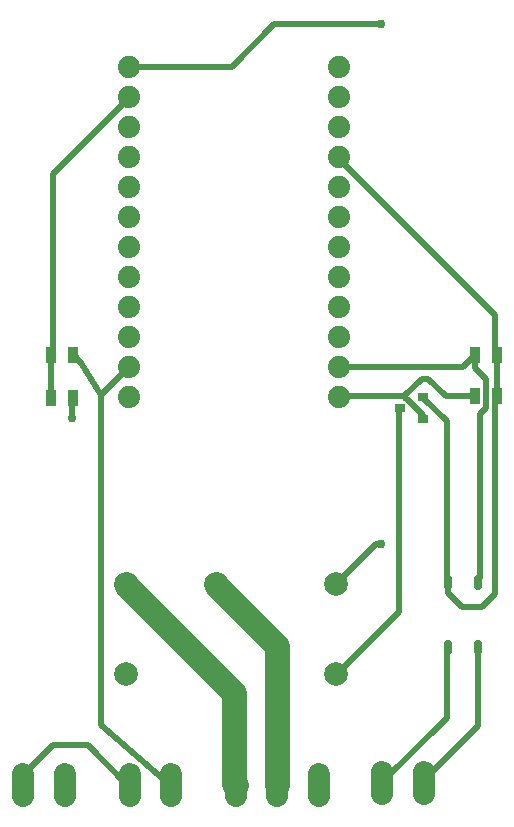
<source format=gbr>
G04 EAGLE Gerber X2 export*
%TF.Part,Single*%
%TF.FileFunction,Copper,L1,Top,Mixed*%
%TF.FilePolarity,Positive*%
%TF.GenerationSoftware,Autodesk,EAGLE,9.1.3*%
%TF.CreationDate,2018-10-07T17:36:22Z*%
G75*
%MOMM*%
%FSLAX34Y34*%
%LPD*%
%AMOC8*
5,1,8,0,0,1.08239X$1,22.5*%
G01*
%ADD10C,1.879600*%
%ADD11R,0.900000X0.800000*%
%ADD12C,1.875000*%
%ADD13C,0.635000*%
%ADD14R,0.965200X1.447800*%
%ADD15C,2.006600*%
%ADD16C,0.508000*%
%ADD17C,0.756400*%
%ADD18C,2.082800*%


D10*
X156989Y634121D03*
X156989Y608721D03*
X156989Y583321D03*
X156989Y557921D03*
X156989Y532521D03*
X156989Y507121D03*
X156989Y481721D03*
X156989Y456321D03*
X156989Y430921D03*
X156989Y405521D03*
X156989Y380121D03*
X156989Y354721D03*
X334789Y354721D03*
X334789Y380121D03*
X334789Y405521D03*
X334789Y430921D03*
X334789Y456321D03*
X334789Y481721D03*
X334789Y507121D03*
X334789Y532521D03*
X334789Y557921D03*
X334789Y583321D03*
X334789Y608721D03*
X334789Y634121D03*
D11*
X386000Y345000D03*
X406000Y335500D03*
X406000Y354500D03*
D12*
X282500Y35225D02*
X282500Y16475D01*
X247500Y16475D02*
X247500Y35225D01*
X317500Y35225D02*
X317500Y16475D01*
X192500Y16475D02*
X192500Y35225D01*
X157500Y35225D02*
X157500Y16475D01*
X102500Y16475D02*
X102500Y35225D01*
X67500Y35225D02*
X67500Y16475D01*
D13*
X452700Y139325D02*
X452700Y145675D01*
X427300Y145675D02*
X427300Y139325D01*
X452700Y194325D02*
X452700Y200675D01*
X427300Y200675D02*
X427300Y194325D01*
D12*
X406500Y37225D02*
X406500Y18475D01*
X371500Y18475D02*
X371500Y37225D01*
D14*
X468271Y355000D03*
X449729Y355000D03*
X468271Y390000D03*
X449729Y390000D03*
X109271Y390000D03*
X90729Y390000D03*
X109271Y354000D03*
X90729Y354000D03*
D15*
X331958Y196200D03*
X230358Y196200D03*
X154158Y196200D03*
X154158Y120000D03*
X331958Y120000D03*
D16*
X468884Y356616D02*
X468884Y389730D01*
X468884Y356616D02*
X468271Y355000D01*
X468884Y389730D02*
X468271Y390000D01*
X425958Y334200D02*
X406099Y354059D01*
X425958Y334200D02*
X425958Y198120D01*
X427300Y197500D01*
X467233Y188120D02*
X467233Y353314D01*
X467233Y188120D02*
X455676Y176563D01*
X439166Y176563D01*
X427300Y188429D01*
X467233Y353314D02*
X468271Y355000D01*
X90805Y354965D02*
X90805Y389730D01*
X90805Y354965D02*
X90729Y354000D01*
X90805Y389730D02*
X90729Y390000D01*
X92456Y391381D02*
X92456Y543179D01*
X156845Y607568D01*
X92456Y391381D02*
X90729Y390000D01*
X156845Y607568D02*
X156989Y608721D01*
X467233Y424307D02*
X467233Y391381D01*
X467233Y424307D02*
X335153Y556387D01*
X467233Y391381D02*
X468271Y390000D01*
X335153Y556387D02*
X334789Y557921D01*
X427300Y197500D02*
X427300Y188429D01*
X92456Y59436D02*
X70473Y37453D01*
X92456Y59436D02*
X122080Y59436D01*
X155398Y26118D01*
X70473Y37453D02*
X67500Y25850D01*
X156845Y26416D02*
X157500Y25850D01*
X156845Y26416D02*
X155398Y26118D01*
X191516Y26322D02*
X133528Y77096D01*
X133194Y356428D01*
X156989Y380121D01*
X116714Y383633D02*
X111510Y388837D01*
X110614Y388657D01*
X116714Y383633D02*
X133194Y356428D01*
X193167Y26416D02*
X192500Y25850D01*
X193167Y26416D02*
X191516Y26322D01*
X110614Y388657D02*
X109271Y390000D01*
X108966Y353314D02*
X108966Y336804D01*
X108966Y353314D02*
X109271Y354000D01*
D17*
X108966Y336804D03*
D16*
X385495Y344153D02*
X385495Y172516D01*
X333502Y120523D01*
X331958Y120000D01*
X430000Y354965D02*
X449072Y354965D01*
X449729Y355000D01*
X380000Y354965D02*
X335153Y354965D01*
X380000Y354965D02*
X390000Y354965D01*
X335153Y354965D02*
X334789Y354721D01*
X390000Y354965D02*
X391901Y353064D01*
X392183Y353064D01*
X406000Y339247D01*
X406000Y335500D01*
X390000Y354965D02*
X405035Y370000D01*
X410000Y370000D01*
X425035Y354965D01*
X430000Y354965D01*
X244121Y634121D02*
X156989Y634121D01*
X244121Y634121D02*
X280000Y670000D01*
X320294Y670000D01*
X370000Y670000D01*
D17*
X370000Y670000D03*
X370000Y230000D03*
D16*
X365758Y230000D02*
X331958Y196200D01*
X365758Y230000D02*
X370000Y230000D01*
D18*
X282321Y143637D02*
X282321Y26416D01*
X282321Y143637D02*
X231140Y194818D01*
X282321Y26416D02*
X282500Y25850D01*
X231140Y194818D02*
X230358Y196200D01*
D16*
X452374Y196469D02*
X452700Y197500D01*
X452374Y199771D01*
X454025Y201422D02*
X454025Y340106D01*
X458978Y345059D01*
X458978Y369475D01*
X449729Y378724D01*
X449729Y390000D01*
X439459Y379730D02*
X335153Y379730D01*
X334789Y380121D01*
X439459Y379730D02*
X449729Y390000D01*
X452374Y199771D02*
X452700Y197500D01*
X452374Y199771D02*
X454025Y201422D01*
X452374Y141986D02*
X452374Y75946D01*
X409002Y32574D01*
X452374Y141986D02*
X452700Y142500D01*
X409002Y32574D02*
X406500Y27850D01*
X425958Y82550D02*
X425958Y141986D01*
X425958Y82550D02*
X371565Y28157D01*
X425958Y141986D02*
X427300Y142500D01*
X371565Y28157D02*
X371500Y27850D01*
D18*
X245999Y26416D02*
X245999Y104013D01*
X155194Y194818D01*
X245999Y26416D02*
X247500Y25850D01*
X155194Y194818D02*
X154158Y196200D01*
M02*

</source>
